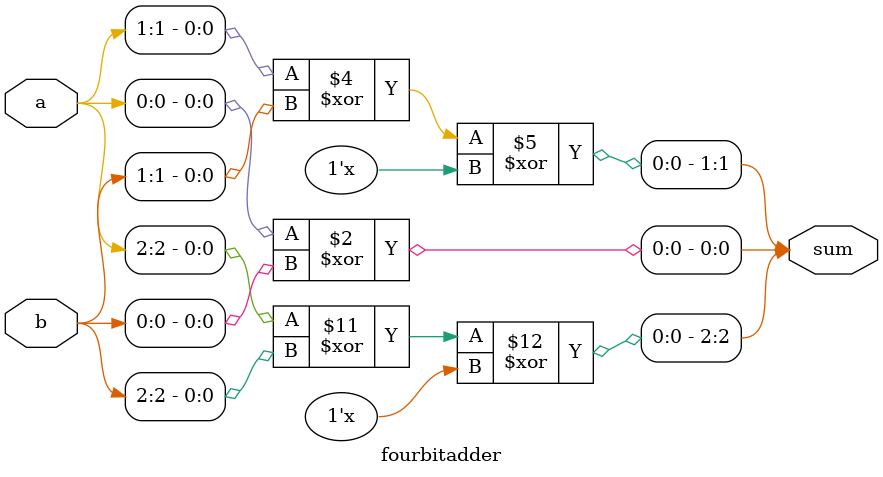
<source format=sv>
module fourbitadder (input logic [3:0] a, input logic [3:0] b, output logic [4:0] sum);

	logic [3:0] c;
	always_comb begin
		sum[0] <= a[0] ^ b[0];
		c[0] <= a[0] & b[0];
		
		sum[1] <= (a[1] ^ b[1]) ^ c[0];
		c[1] <= (a[1] & b[1]) | (a[1] & c[0]) | (b[1] & c[1]);
		
		
		sum[2] <= (a[2] ^ b[2]) ^ c[1];
		c[2] <= (a[1] & b[1]) | (a[1] & c[0]) | (b[1] & c[1]);
		
		
	end
endmodule

</source>
